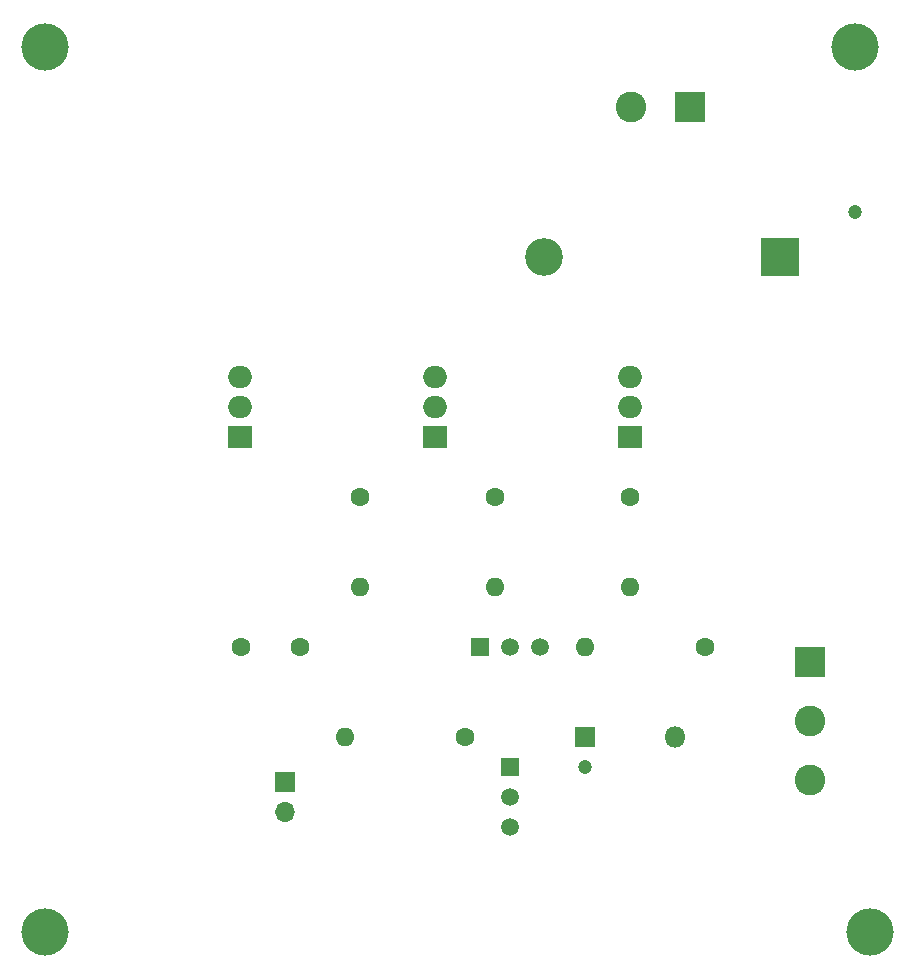
<source format=gbr>
G04 #@! TF.GenerationSoftware,KiCad,Pcbnew,(5.0.2)-1*
G04 #@! TF.CreationDate,2019-07-24T01:21:19+02:00*
G04 #@! TF.ProjectId,Cern2,4365726e-322e-46b6-9963-61645f706362,rev?*
G04 #@! TF.SameCoordinates,Original*
G04 #@! TF.FileFunction,Copper,L1,Top*
G04 #@! TF.FilePolarity,Positive*
%FSLAX46Y46*%
G04 Gerber Fmt 4.6, Leading zero omitted, Abs format (unit mm)*
G04 Created by KiCad (PCBNEW (5.0.2)-1) date 24/07/2019 01:21:19*
%MOMM*%
%LPD*%
G01*
G04 APERTURE LIST*
G04 #@! TA.AperFunction,ComponentPad*
%ADD10R,1.500000X1.500000*%
G04 #@! TD*
G04 #@! TA.AperFunction,ComponentPad*
%ADD11C,1.500000*%
G04 #@! TD*
G04 #@! TA.AperFunction,ComponentPad*
%ADD12O,1.700000X1.700000*%
G04 #@! TD*
G04 #@! TA.AperFunction,ComponentPad*
%ADD13R,1.700000X1.700000*%
G04 #@! TD*
G04 #@! TA.AperFunction,ComponentPad*
%ADD14O,1.600000X1.600000*%
G04 #@! TD*
G04 #@! TA.AperFunction,ComponentPad*
%ADD15C,1.600000*%
G04 #@! TD*
G04 #@! TA.AperFunction,ComponentPad*
%ADD16O,2.000000X1.905000*%
G04 #@! TD*
G04 #@! TA.AperFunction,ComponentPad*
%ADD17R,2.000000X1.905000*%
G04 #@! TD*
G04 #@! TA.AperFunction,ComponentPad*
%ADD18C,2.600000*%
G04 #@! TD*
G04 #@! TA.AperFunction,ComponentPad*
%ADD19R,2.600000X2.600000*%
G04 #@! TD*
G04 #@! TA.AperFunction,ComponentPad*
%ADD20O,3.200000X3.200000*%
G04 #@! TD*
G04 #@! TA.AperFunction,ComponentPad*
%ADD21R,3.200000X3.200000*%
G04 #@! TD*
G04 #@! TA.AperFunction,ComponentPad*
%ADD22O,1.800000X1.800000*%
G04 #@! TD*
G04 #@! TA.AperFunction,ComponentPad*
%ADD23R,1.800000X1.800000*%
G04 #@! TD*
G04 #@! TA.AperFunction,ViaPad*
%ADD24C,4.000000*%
G04 #@! TD*
G04 #@! TA.AperFunction,ViaPad*
%ADD25C,1.200000*%
G04 #@! TD*
G04 #@! TA.AperFunction,ViaPad*
%ADD26C,0.800000*%
G04 #@! TD*
G04 APERTURE END LIST*
D10*
G04 #@! TO.P,Q2,1*
G04 #@! TO.N,Net-(C1-Pad1)*
X90170000Y-72390000D03*
D11*
G04 #@! TO.P,Q2,3*
G04 #@! TO.N,Net-(D1-Pad2)*
X95250000Y-72390000D03*
G04 #@! TO.P,Q2,2*
G04 #@! TO.N,Net-(D1-Pad1)*
X92710000Y-72390000D03*
G04 #@! TD*
D10*
G04 #@! TO.P,Q1,1*
G04 #@! TO.N,Net-(D1-Pad1)*
X92710000Y-82550000D03*
D11*
G04 #@! TO.P,Q1,3*
G04 #@! TO.N,Net-(C1-Pad2)*
X92710000Y-87630000D03*
G04 #@! TO.P,Q1,2*
G04 #@! TO.N,Net-(Q1-Pad2)*
X92710000Y-85090000D03*
G04 #@! TD*
D12*
G04 #@! TO.P,J1,2*
G04 #@! TO.N,Net-(C1-Pad2)*
X73660000Y-86360000D03*
D13*
G04 #@! TO.P,J1,1*
G04 #@! TO.N,Net-(J1-Pad1)*
X73660000Y-83820000D03*
G04 #@! TD*
D14*
G04 #@! TO.P,R6,2*
G04 #@! TO.N,Net-(D1-Pad2)*
X80010000Y-67310000D03*
D15*
G04 #@! TO.P,R6,1*
G04 #@! TO.N,Net-(Q5-Pad1)*
X80010000Y-59690000D03*
G04 #@! TD*
D14*
G04 #@! TO.P,R5,2*
G04 #@! TO.N,Net-(D1-Pad2)*
X102870000Y-67310000D03*
D15*
G04 #@! TO.P,R5,1*
G04 #@! TO.N,Net-(Q4-Pad1)*
X102870000Y-59690000D03*
G04 #@! TD*
D14*
G04 #@! TO.P,R3,2*
G04 #@! TO.N,Net-(D1-Pad2)*
X91440000Y-67310000D03*
D15*
G04 #@! TO.P,R3,1*
G04 #@! TO.N,Net-(Q3-Pad1)*
X91440000Y-59690000D03*
G04 #@! TD*
D14*
G04 #@! TO.P,R2,2*
G04 #@! TO.N,Net-(D1-Pad1)*
X99060000Y-72390000D03*
D15*
G04 #@! TO.P,R2,1*
G04 #@! TO.N,Net-(C1-Pad1)*
X109220000Y-72390000D03*
G04 #@! TD*
D14*
G04 #@! TO.P,R1,2*
G04 #@! TO.N,Net-(J1-Pad1)*
X78740000Y-80010000D03*
D15*
G04 #@! TO.P,R1,1*
G04 #@! TO.N,Net-(Q1-Pad2)*
X88900000Y-80010000D03*
G04 #@! TD*
D16*
G04 #@! TO.P,Q5,3*
G04 #@! TO.N,Net-(C1-Pad2)*
X69850000Y-49530000D03*
G04 #@! TO.P,Q5,2*
G04 #@! TO.N,Net-(D2-Pad2)*
X69850000Y-52070000D03*
D17*
G04 #@! TO.P,Q5,1*
G04 #@! TO.N,Net-(Q5-Pad1)*
X69850000Y-54610000D03*
G04 #@! TD*
D16*
G04 #@! TO.P,Q4,3*
G04 #@! TO.N,Net-(C1-Pad2)*
X102870000Y-49530000D03*
G04 #@! TO.P,Q4,2*
G04 #@! TO.N,Net-(D2-Pad2)*
X102870000Y-52070000D03*
D17*
G04 #@! TO.P,Q4,1*
G04 #@! TO.N,Net-(Q4-Pad1)*
X102870000Y-54610000D03*
G04 #@! TD*
D16*
G04 #@! TO.P,Q3,3*
G04 #@! TO.N,Net-(C1-Pad2)*
X86360000Y-49530000D03*
G04 #@! TO.P,Q3,2*
G04 #@! TO.N,Net-(D2-Pad2)*
X86360000Y-52070000D03*
D17*
G04 #@! TO.P,Q3,1*
G04 #@! TO.N,Net-(Q3-Pad1)*
X86360000Y-54610000D03*
G04 #@! TD*
D18*
G04 #@! TO.P,L1,2*
G04 #@! TO.N,Net-(D2-Pad2)*
X102950000Y-26670000D03*
D19*
G04 #@! TO.P,L1,1*
G04 #@! TO.N,Net-(D2-Pad1)*
X107950000Y-26670000D03*
G04 #@! TD*
D18*
G04 #@! TO.P,J4,3*
G04 #@! TO.N,Net-(C1-Pad2)*
X118110000Y-83660000D03*
G04 #@! TO.P,J4,2*
G04 #@! TO.N,Net-(C1-Pad1)*
X118110000Y-78660000D03*
D19*
G04 #@! TO.P,J4,1*
G04 #@! TO.N,Net-(D2-Pad1)*
X118110000Y-73660000D03*
G04 #@! TD*
D20*
G04 #@! TO.P,D2,2*
G04 #@! TO.N,Net-(D2-Pad2)*
X95570000Y-39370000D03*
D21*
G04 #@! TO.P,D2,1*
G04 #@! TO.N,Net-(D2-Pad1)*
X115570000Y-39370000D03*
G04 #@! TD*
D22*
G04 #@! TO.P,D1,2*
G04 #@! TO.N,Net-(D1-Pad2)*
X106680000Y-80010000D03*
D23*
G04 #@! TO.P,D1,1*
G04 #@! TO.N,Net-(D1-Pad1)*
X99060000Y-80010000D03*
G04 #@! TD*
D15*
G04 #@! TO.P,C1,1*
G04 #@! TO.N,Net-(C1-Pad1)*
X74930000Y-72390000D03*
G04 #@! TO.P,C1,2*
G04 #@! TO.N,Net-(C1-Pad2)*
X69930000Y-72390000D03*
G04 #@! TD*
D24*
G04 #@! TO.N,*
X121920000Y-21590000D03*
X123190000Y-96520000D03*
X53340000Y-96520000D03*
D25*
X99060000Y-82550000D03*
D26*
X121920000Y-35560000D03*
D25*
X121920000Y-35560000D03*
D26*
X121920000Y-35560000D03*
D24*
X53340000Y-21590000D03*
G04 #@! TD*
M02*

</source>
